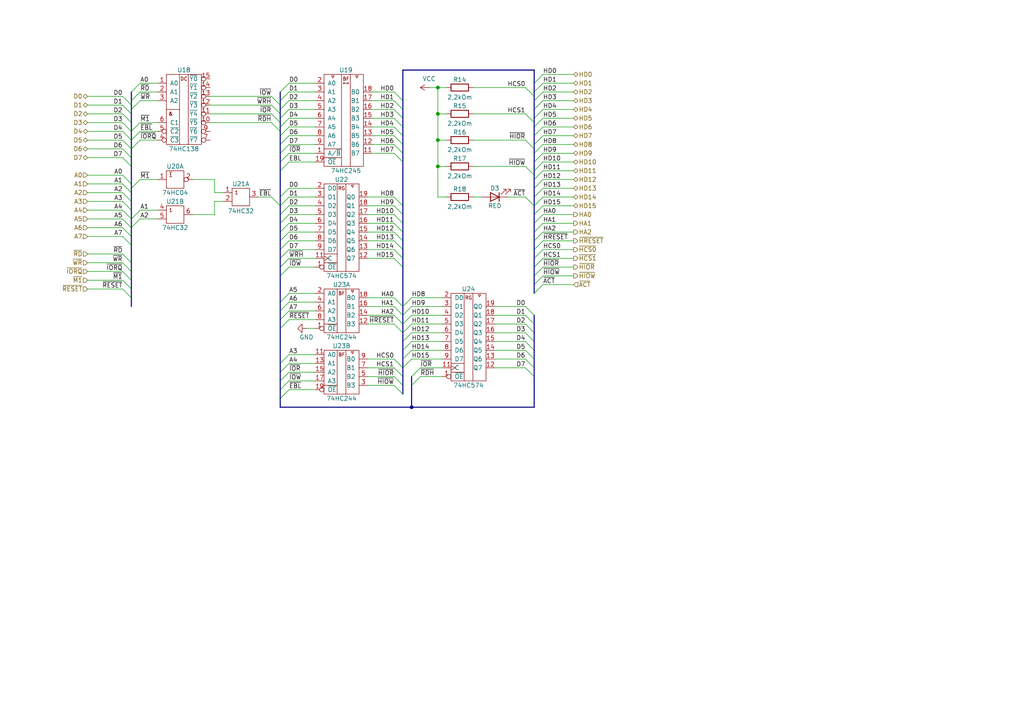
<source format=kicad_sch>
(kicad_sch (version 20231120) (generator "eeschema") (generator_version "8.0")
  (paper "A4")
  (title_block (title "ZX-Pentagon-Pereferal"))
  (lib_symbols
    (symbol "74IEC:74HC04" (pin_names (offset 1.016) hide)
      (property "Reference" "U" (at 0 5.334 0))
      (property "Value" "74HC04" (at 0 -4.826 0))
      (symbol "74HC04_0_0"
        (rectangle (start -2.54 -2.54) (end 2.54 2.54))
        (text "~{1}" (at -1.27 1.27 0) (effects (font (size 1 1))))
      )
      (symbol "74HC04_0_1"
        (pin power_in line (at 2.54 2.54 180) (length 0) hide (name "VCC") (number "14"))
        (pin power_in line (at 2.54 -2.54 180) (length 0) hide (name "GND") (number "7"))
      )
      (symbol "74HC04_1_1"
        (pin input line (at -5.08 0 0) (length 2.54) (name "A") (number "1"))
        (pin output inverted (at 5.08 0 180) (length 2.54) (name "~{Y}") (number "2"))
      )
      (symbol "74HC04_2_1"
        (pin input line (at -5.08 0 0) (length 2.54) (name "A") (number "3"))
        (pin output inverted (at 5.08 0 180) (length 2.54) (name "~{Y}") (number "4"))
      )
      (symbol "74HC04_3_1"
        (pin input line (at -5.08 0 0) (length 2.54) (name "A") (number "5"))
        (pin output inverted (at 5.08 0 180) (length 2.54) (name "~{Y}") (number "6"))
      )
      (symbol "74HC04_4_1"
        (pin output inverted (at 5.08 0 180) (length 2.54) (name "~{Y}") (number "8"))
        (pin input line (at -5.08 0 0) (length 2.54) (name "A") (number "9"))
      )
      (symbol "74HC04_5_1"
        (pin output inverted (at 5.08 0 180) (length 2.54) (name "~{Y}") (number "10"))
        (pin input line (at -5.08 0 0) (length 2.54) (name "A") (number "11"))
      )
      (symbol "74HC04_6_1"
        (pin output inverted (at 5.08 0 180) (length 2.54) (name "~{Y}") (number "12"))
        (pin input line (at -5.08 0 0) (length 2.54) (name "A") (number "13"))
      )
    )
    (symbol "74IEC:74HC138" (pin_names (offset 1.016))
      (property "Reference" "U" (at 0 11.43 0))
      (property "Value" "74HC138" (at 0 -11.43 0))
      (symbol "74HC138_0_0"
        (text "&" (at -3.81 -1.27 0) (effects (font (size 1 1))))
        (text "DC" (at 0 8.89 0) (effects (font (size 1 1))))
      )
      (symbol "74HC138_0_1"
        (rectangle (start -5.08 10.16) (end 5.08 -10.16))
        (polyline (pts (xy -5.08 0) (xy -1.27 0)))
        (polyline (pts (xy -1.27 10.16) (xy -1.27 -10.16)))
        (polyline (pts (xy 1.27 10.16) (xy 1.27 -10.16)))
        (pin power_in line (at 5.08 10.16 180) (length 0) hide (name "VСС") (number "16"))
        (pin power_in line (at 5.08 -10.16 180) (length 0) hide (name "GND") (number "8"))
      )
      (symbol "74HC138_1_1"
        (pin input line (at -7.62 7.62 0) (length 2.54) (name "A0") (number "1"))
        (pin output inverted (at 7.62 -3.81 180) (length 2.54) (name "~{Y5}") (number "10"))
        (pin output inverted (at 7.62 -1.27 180) (length 2.54) (name "~{Y4}") (number "11"))
        (pin output inverted (at 7.62 1.27 180) (length 2.54) (name "~{Y3}") (number "12"))
        (pin output inverted (at 7.62 3.81 180) (length 2.54) (name "~{Y2}") (number "13"))
        (pin output inverted (at 7.62 6.35 180) (length 2.54) (name "~{Y1}") (number "14"))
        (pin output inverted (at 7.62 8.89 180) (length 2.54) (name "~{Y0}") (number "15"))
        (pin input line (at -7.62 5.08 0) (length 2.54) (name "A1") (number "2"))
        (pin input line (at -7.62 2.54 0) (length 2.54) (name "A2") (number "3"))
        (pin input inverted (at -7.62 -8.89 0) (length 2.54) (name "~{C3}") (number "4"))
        (pin input inverted (at -7.62 -6.35 0) (length 2.54) (name "~{C2}") (number "5"))
        (pin input line (at -7.62 -3.81 0) (length 2.54) (name "C1") (number "6"))
        (pin output inverted (at 7.62 -8.89 180) (length 2.54) (name "~{Y7}") (number "7"))
        (pin output inverted (at 7.62 -6.35 180) (length 2.54) (name "~{Y6}") (number "9"))
      )
    )
    (symbol "74IEC:74HC244" (pin_names (offset 1.016))
      (property "Reference" "U" (at 0 7.62 0))
      (property "Value" "74HC244" (at 0 -7.62 0))
      (symbol "74HC244_0_0"
        (text "BF" (at 0 5.08 0) (effects (font (size 1 1))))
      )
      (symbol "74HC244_0_1"
        (rectangle (start -5.08 -6.35) (end 5.08 6.35))
        (polyline (pts (xy -5.08 -3.81) (xy -1.27 -3.81)))
        (polyline (pts (xy -1.27 6.35) (xy -1.27 -6.35)))
        (polyline (pts (xy 1.27 -6.35) (xy 1.27 6.35)))
        (polyline (pts (xy 3.175 5.334) (xy 2.794 5.969) (xy 3.556 5.969) (xy 3.175 5.334)))
        (pin power_in line (at 5.08 -6.35 180) (length 0) hide (name "GND") (number "10"))
        (pin power_in line (at 5.08 6.35 180) (length 0) hide (name "VCC") (number "20"))
      )
      (symbol "74HC244_1_1"
        (pin input inverted (at -7.62 -5.08 0) (length 2.54) (name "~{OE}") (number "1"))
        (pin tri_state line (at 7.62 -3.81 180) (length 2.54) (name "B3") (number "12"))
        (pin tri_state line (at 7.62 -1.27 180) (length 2.54) (name "B2") (number "14"))
        (pin tri_state line (at 7.62 1.27 180) (length 2.54) (name "B1") (number "16"))
        (pin tri_state line (at 7.62 3.81 180) (length 2.54) (name "B0") (number "18"))
        (pin input line (at -7.62 5.08 0) (length 2.54) (name "A0") (number "2"))
        (pin input line (at -7.62 2.54 0) (length 2.54) (name "A1") (number "4"))
        (pin input line (at -7.62 0 0) (length 2.54) (name "A2") (number "6"))
        (pin input line (at -7.62 -2.54 0) (length 2.54) (name "A3") (number "8"))
      )
      (symbol "74HC244_2_1"
        (pin input line (at -7.62 5.08 0) (length 2.54) (name "A0") (number "11"))
        (pin input line (at -7.62 2.54 0) (length 2.54) (name "A1") (number "13"))
        (pin input line (at -7.62 0 0) (length 2.54) (name "A2") (number "15"))
        (pin input line (at -7.62 -2.54 0) (length 2.54) (name "A3") (number "17"))
        (pin input inverted (at -7.62 -5.08 0) (length 2.54) (name "~{OE}") (number "19"))
        (pin tri_state line (at 7.62 -3.81 180) (length 2.54) (name "B3") (number "3"))
        (pin tri_state line (at 7.62 -1.27 180) (length 2.54) (name "B2") (number "5"))
        (pin tri_state line (at 7.62 1.27 180) (length 2.54) (name "B1") (number "7"))
        (pin tri_state line (at 7.62 3.81 180) (length 2.54) (name "B0") (number "9"))
      )
    )
    (symbol "74IEC:74HC245" (pin_names (offset 1.016))
      (property "Reference" "U" (at 0 13.97 0))
      (property "Value" "74HC245" (at 0 -13.97 0))
      (symbol "74HC245_0_1"
        (polyline (pts (xy -6.35 -10.16) (xy -1.27 -10.16)))
        (polyline (pts (xy -3.81 12.954) (xy -4.191 13.589) (xy -3.429 13.589) (xy -3.81 12.954)))
        (polyline (pts (xy 3.175 12.954) (xy 2.794 13.589) (xy 3.556 13.589) (xy 3.175 12.954)))
        (pin power_in line (at 5.08 -12.7 180) (length 0) hide (name "GND") (number "10"))
        (pin power_in line (at 5.08 13.97 180) (length 0) hide (name "VCC") (number "20"))
      )
      (symbol "74HC245_1_1"
        (rectangle (start -6.35 13.97) (end 5.08 -12.7))
        (polyline (pts (xy -6.35 -7.62) (xy -1.27 -7.62)))
        (polyline (pts (xy -1.27 13.97) (xy -1.27 -12.7)))
        (polyline (pts (xy -0.762 11.43) (xy 0.762 11.43)))
        (polyline (pts (xy 1.27 -12.7) (xy 1.27 13.97)))
        (polyline (pts (xy -0.508 11.684) (xy -0.762 11.43) (xy -0.508 11.176)))
        (polyline (pts (xy 0.508 11.684) (xy 0.762 11.43) (xy 0.508 11.176)))
        (text "BF" (at 0 12.7 0) (effects (font (size 1 1))))
        (pin input line (at -8.89 -8.89 0) (length 2.54) (name "A/~{B}") (number "1"))
        (pin tri_state line (at 7.62 -8.89 180) (length 2.54) (name "B7") (number "11"))
        (pin tri_state line (at 7.62 -6.35 180) (length 2.54) (name "B6") (number "12"))
        (pin tri_state line (at 7.62 -3.81 180) (length 2.54) (name "B5") (number "13"))
        (pin tri_state line (at 7.62 -1.27 180) (length 2.54) (name "B4") (number "14"))
        (pin tri_state line (at 7.62 1.27 180) (length 2.54) (name "B3") (number "15"))
        (pin tri_state line (at 7.62 3.81 180) (length 2.54) (name "B2") (number "16"))
        (pin tri_state line (at 7.62 6.35 180) (length 2.54) (name "B1") (number "17"))
        (pin tri_state line (at 7.62 8.89 180) (length 2.54) (name "B0") (number "18"))
        (pin input line (at -8.89 -11.43 0) (length 2.54) (name "~{OE}") (number "19"))
        (pin tri_state line (at -8.89 11.43 0) (length 2.54) (name "A0") (number "2"))
        (pin tri_state line (at -8.89 8.89 0) (length 2.54) (name "A1") (number "3"))
        (pin tri_state line (at -8.89 6.35 0) (length 2.54) (name "A2") (number "4"))
        (pin tri_state line (at -8.89 3.81 0) (length 2.54) (name "A3") (number "5"))
        (pin tri_state line (at -8.89 1.27 0) (length 2.54) (name "A4") (number "6"))
        (pin tri_state line (at -8.89 -1.27 0) (length 2.54) (name "A5") (number "7"))
        (pin tri_state line (at -8.89 -3.81 0) (length 2.54) (name "A6") (number "8"))
        (pin tri_state line (at -8.89 -6.35 0) (length 2.54) (name "A7") (number "9"))
      )
    )
    (symbol "74IEC:74HC32" (pin_names (offset 1.016) hide)
      (property "Reference" "U" (at 0 3.81 0))
      (property "Value" "74HC32" (at 0 -3.81 0))
      (symbol "74HC32_0_0"
        (text "1" (at -1.27 1.27 0) (effects (font (size 1 1))))
      )
      (symbol "74HC32_0_1"
        (rectangle (start -2.54 -2.54) (end 2.54 2.54))
        (pin power_in line (at 2.54 2.54 180) (length 0) hide (name "VCC") (number "14"))
        (pin power_in line (at 2.54 -2.54 180) (length 0) hide (name "GND") (number "7"))
      )
      (symbol "74HC32_1_1"
        (pin input line (at -5.08 1.27 0) (length 2.54) (name "A") (number "1"))
        (pin input line (at -5.08 -1.27 0) (length 2.54) (name "B") (number "2"))
        (pin output line (at 5.08 0 180) (length 2.54) (name "Y") (number "3"))
      )
      (symbol "74HC32_2_1"
        (pin input line (at -5.08 1.27 0) (length 2.54) (name "A") (number "4"))
        (pin input line (at -5.08 -1.27 0) (length 2.54) (name "B") (number "5"))
        (pin output line (at 5.08 0 180) (length 2.54) (name "Y") (number "6"))
      )
      (symbol "74HC32_3_1"
        (pin input line (at -5.08 -1.27 0) (length 2.54) (name "B") (number "10"))
        (pin output line (at 5.08 0 180) (length 2.54) (name "Y") (number "8"))
        (pin input line (at -5.08 1.27 0) (length 2.54) (name "A") (number "9"))
      )
      (symbol "74HC32_4_1"
        (pin output line (at 5.08 0 180) (length 2.54) (name "Y") (number "11"))
        (pin input line (at -5.08 1.27 0) (length 2.54) (name "A") (number "12"))
        (pin input line (at -5.08 -1.27 0) (length 2.54) (name "B") (number "13"))
      )
    )
    (symbol "74IEC:74HC574" (pin_names (offset 1.016))
      (property "Reference" "U" (at 0 13.97 0))
      (property "Value" "74HC574" (at 0 -13.97 0))
      (symbol "74HC574_0_1"
        (polyline (pts (xy -5.08 -7.62) (xy -1.27 -7.62)))
        (polyline (pts (xy -1.27 -10.16) (xy -5.08 -10.16)))
        (polyline (pts (xy -1.27 12.7) (xy -1.27 -12.7)))
        (polyline (pts (xy 1.27 -12.7) (xy 1.27 12.7)))
        (polyline (pts (xy 3.175 11.684) (xy 2.794 12.319) (xy 3.556 12.319) (xy 3.175 11.684)))
      )
      (symbol "74HC574_1_1"
        (rectangle (start -5.08 -12.7) (end 5.08 12.7))
        (text "RG" (at 0 11.43 0) (effects (font (size 1 1))))
        (pin input inverted (at -7.62 -11.43 0) (length 2.54) (name "~{OE}") (number "1"))
        (pin power_in line (at 5.08 -12.7 180) (length 0) hide (name "GND") (number "10"))
        (pin input clock (at -7.62 -8.89 0) (length 2.54) (name "C") (number "11"))
        (pin tri_state line (at 7.62 -8.89 180) (length 2.54) (name "Q7") (number "12"))
        (pin tri_state line (at 7.62 -6.35 180) (length 2.54) (name "Q6") (number "13"))
        (pin tri_state line (at 7.62 -3.81 180) (length 2.54) (name "Q5") (number "14"))
        (pin tri_state line (at 7.62 -1.27 180) (length 2.54) (name "Q4") (number "15"))
        (pin tri_state line (at 7.62 1.27 180) (length 2.54) (name "Q3") (number "16"))
        (pin tri_state line (at 7.62 3.81 180) (length 2.54) (name "Q2") (number "17"))
        (pin tri_state line (at 7.62 6.35 180) (length 2.54) (name "Q1") (number "18"))
        (pin tri_state line (at 7.62 8.89 180) (length 2.54) (name "Q0") (number "19"))
        (pin input line (at -7.62 11.43 0) (length 2.54) (name "D0") (number "2"))
        (pin power_in line (at 5.08 12.7 180) (length 0) hide (name "VCC") (number "20"))
        (pin input line (at -7.62 8.89 0) (length 2.54) (name "D1") (number "3"))
        (pin input line (at -7.62 6.35 0) (length 2.54) (name "D2") (number "4"))
        (pin input line (at -7.62 3.81 0) (length 2.54) (name "D3") (number "5"))
        (pin input line (at -7.62 1.27 0) (length 2.54) (name "D4") (number "6"))
        (pin input line (at -7.62 -1.27 0) (length 2.54) (name "D5") (number "7"))
        (pin input line (at -7.62 -3.81 0) (length 2.54) (name "D6") (number "8"))
        (pin input line (at -7.62 -6.35 0) (length 2.54) (name "D7") (number "9"))
      )
    )
    (symbol "Device:LED" (pin_numbers hide) (pin_names (offset 1.016) hide)
      (property "Reference" "D" (at 0 2.54 0))
      (property "Value" "LED" (at 0 -2.54 0))
      (symbol "LED_0_1"
        (polyline (pts (xy -1.27 -1.27) (xy -1.27 1.27)) (stroke (width 0.254)))
        (polyline (pts (xy -1.27 0) (xy 1.27 0)))
        (polyline (pts (xy 1.27 -1.27) (xy 1.27 1.27) (xy -1.27 0) (xy 1.27 -1.27)) (stroke (width 0.254)))
        (polyline (pts (xy -3.048 -0.762) (xy -4.572 -2.286) (xy -3.81 -2.286) (xy -4.572 -2.286) (xy -4.572 -1.524)))
        (polyline (pts (xy -1.778 -0.762) (xy -3.302 -2.286) (xy -2.54 -2.286) (xy -3.302 -2.286) (xy -3.302 -1.524)))
      )
      (symbol "LED_1_1"
        (pin passive line (at -3.81 0 0) (length 2.54) (name "K") (number "1"))
        (pin passive line (at 3.81 0 180) (length 2.54) (name "A") (number "2"))
      )
    )
    (symbol "Device:R" (pin_numbers hide) (pin_names (offset 0))
      (property "Reference" "R" (at 2.032 0 90))
      (property "Value" "R" (at 0 0 90))
      (symbol "R_0_1"
        (rectangle (start -1.016 -2.54) (end 1.016 2.54) (stroke (width 0.254)))
      )
      (symbol "R_1_1"
        (pin passive line (at 0 3.81 270) (length 1.27) (name "~") (number "1"))
        (pin passive line (at 0 -3.81 90) (length 1.27) (name "~") (number "2"))
      )
    )
    (symbol "power:GND" (power) (pin_numbers hide) (pin_names (offset 0) hide)
      (property "Value" "GND" (at 0 -3.81 0))
      (symbol "GND_0_1"
        (polyline (pts (xy 0 0) (xy 0 -1.27) (xy 1.27 -1.27) (xy 0 -2.54) (xy -1.27 -1.27) (xy 0 -1.27)))
      )
      (symbol "GND_1_1"
        (pin power_in line (at 0 0 270) (length 0) (name "~") (number "1"))
      )
    )
    (symbol "power:VCC" (power) (pin_numbers hide) (pin_names (offset 0) hide)
      (property "Value" "VCC" (at 0 3.556 0))
      (symbol "VCC_0_1"
        (polyline (pts (xy -0.762 1.27) (xy 0 2.54)))
        (polyline (pts (xy 0 0) (xy 0 2.54)))
        (polyline (pts (xy 0 2.54) (xy 0.762 1.27)))
      )
      (symbol "VCC_1_1"
        (pin power_in line (at 0 0 90) (length 0) (name "~") (number "1"))
      )
    )
  )
  (junction (at 127 40.64))
  (junction (at 127 33.02))
  (junction (at 127 25.4))
  (junction (at 127 48.26))
  (junction (at 119.38 118.11))
  (bus_entry (at 40.64 38.1) (size -2.54 2.54))
  (bus_entry (at 114.3 86.36) (size 2.54 2.54))
  (bus_entry (at 35.56 68.58) (size 2.54 2.54))
  (bus_entry (at 83.82 46.99) (size -2.54 2.54))
  (bus_entry (at 83.82 107.95) (size -2.54 2.54))
  (bus_entry (at 114.3 57.15) (size 2.54 2.54))
  (bus_entry (at 83.82 85.09) (size -2.54 2.54))
  (bus_entry (at 157.48 69.85) (size -2.54 2.54))
  (bus_entry (at 35.56 78.74) (size 2.54 2.54))
  (bus_entry (at 152.4 106.68) (size 2.54 2.54))
  (bus_entry (at 157.48 82.55) (size -2.54 2.54))
  (bus_entry (at 152.4 48.26) (size 2.54 2.54))
  (bus_entry (at 83.82 72.39) (size -2.54 2.54))
  (bus_entry (at 157.48 67.31) (size -2.54 2.54))
  (bus_entry (at 152.4 40.64) (size 2.54 2.54))
  (bus_entry (at 35.56 43.18) (size 2.54 2.54))
  (bus_entry (at 121.92 109.22) (size -2.54 2.54))
  (bus_entry (at 152.4 93.98) (size 2.54 2.54))
  (bus_entry (at 157.48 57.15) (size -2.54 2.54))
  (bus_entry (at 119.38 91.44) (size -2.54 2.54))
  (bus_entry (at 83.82 24.13) (size -2.54 2.54))
  (bus_entry (at 157.48 72.39) (size -2.54 2.54))
  (bus_entry (at 114.3 26.67) (size 2.54 2.54))
  (bus_entry (at 152.4 25.4) (size 2.54 2.54))
  (bus_entry (at 119.38 86.36) (size -2.54 2.54))
  (bus_entry (at 119.38 104.14) (size -2.54 2.54))
  (bus_entry (at 35.56 53.34) (size 2.54 2.54))
  (bus_entry (at 83.82 29.21) (size -2.54 2.54))
  (bus_entry (at 83.82 31.75) (size -2.54 2.54))
  (bus_entry (at 83.82 102.87) (size -2.54 2.54))
  (bus_entry (at 119.38 99.06) (size -2.54 2.54))
  (bus_entry (at 78.74 33.02) (size 2.54 2.54))
  (bus_entry (at 83.82 44.45) (size -2.54 2.54))
  (bus_entry (at 119.38 93.98) (size -2.54 2.54))
  (bus_entry (at 78.74 57.15) (size 2.54 2.54))
  (bus_entry (at 114.3 41.91) (size 2.54 2.54))
  (bus_entry (at 78.74 27.94) (size 2.54 2.54))
  (bus_entry (at 157.48 31.75) (size -2.54 2.54))
  (bus_entry (at 114.3 72.39) (size 2.54 2.54))
  (bus_entry (at 83.82 90.17) (size -2.54 2.54))
  (bus_entry (at 83.82 92.71) (size -2.54 2.54))
  (bus_entry (at 35.56 33.02) (size 2.54 2.54))
  (bus_entry (at 152.4 101.6) (size 2.54 2.54))
  (bus_entry (at 83.82 34.29) (size -2.54 2.54))
  (bus_entry (at 114.3 111.76) (size 2.54 2.54))
  (bus_entry (at 157.48 62.23) (size -2.54 2.54))
  (bus_entry (at 157.48 64.77) (size -2.54 2.54))
  (bus_entry (at 152.4 33.02) (size 2.54 2.54))
  (bus_entry (at 78.74 35.56) (size 2.54 2.54))
  (bus_entry (at 35.56 45.72) (size 2.54 2.54))
  (bus_entry (at 157.48 74.93) (size -2.54 2.54))
  (bus_entry (at 35.56 30.48) (size 2.54 2.54))
  (bus_entry (at 157.48 80.01) (size -2.54 2.54))
  (bus_entry (at 157.48 49.53) (size -2.54 2.54))
  (bus_entry (at 35.56 83.82) (size 2.54 2.54))
  (bus_entry (at 40.64 35.56) (size -2.54 2.54))
  (bus_entry (at 83.82 26.67) (size -2.54 2.54))
  (bus_entry (at 152.4 104.14) (size 2.54 2.54))
  (bus_entry (at 114.3 93.98) (size 2.54 2.54))
  (bus_entry (at 83.82 62.23) (size -2.54 2.54))
  (bus_entry (at 83.82 57.15) (size -2.54 2.54))
  (bus_entry (at 83.82 39.37) (size -2.54 2.54))
  (bus_entry (at 114.3 67.31) (size 2.54 2.54))
  (bus_entry (at 40.64 26.67) (size -2.54 2.54))
  (bus_entry (at 157.48 34.29) (size -2.54 2.54))
  (bus_entry (at 152.4 96.52) (size 2.54 2.54))
  (bus_entry (at 35.56 38.1) (size 2.54 2.54))
  (bus_entry (at 114.3 104.14) (size 2.54 2.54))
  (bus_entry (at 83.82 36.83) (size -2.54 2.54))
  (bus_entry (at 35.56 35.56) (size 2.54 2.54))
  (bus_entry (at 157.48 21.59) (size -2.54 2.54))
  (bus_entry (at 121.92 106.68) (size -2.54 2.54))
  (bus_entry (at 40.64 52.07) (size -2.54 2.54))
  (bus_entry (at 40.64 29.21) (size -2.54 2.54))
  (bus_entry (at 35.56 81.28) (size 2.54 2.54))
  (bus_entry (at 114.3 34.29) (size 2.54 2.54))
  (bus_entry (at 35.56 40.64) (size 2.54 2.54))
  (bus_entry (at 83.82 59.69) (size -2.54 2.54))
  (bus_entry (at 35.56 66.04) (size 2.54 2.54))
  (bus_entry (at 157.48 44.45) (size -2.54 2.54))
  (bus_entry (at 157.48 39.37) (size -2.54 2.54))
  (bus_entry (at 114.3 44.45) (size 2.54 2.54))
  (bus_entry (at 157.48 77.47) (size -2.54 2.54))
  (bus_entry (at 35.56 63.5) (size 2.54 2.54))
  (bus_entry (at 83.82 54.61) (size -2.54 2.54))
  (bus_entry (at 40.64 24.13) (size -2.54 2.54))
  (bus_entry (at 78.74 30.48) (size 2.54 2.54))
  (bus_entry (at 157.48 29.21) (size -2.54 2.54))
  (bus_entry (at 83.82 64.77) (size -2.54 2.54))
  (bus_entry (at 152.4 99.06) (size 2.54 2.54))
  (bus_entry (at 40.64 60.96) (size -2.54 2.54))
  (bus_entry (at 83.82 110.49) (size -2.54 2.54))
  (bus_entry (at 157.48 26.67) (size -2.54 2.54))
  (bus_entry (at 83.82 41.91) (size -2.54 2.54))
  (bus_entry (at 157.48 52.07) (size -2.54 2.54))
  (bus_entry (at 157.48 41.91) (size -2.54 2.54))
  (bus_entry (at 114.3 109.22) (size 2.54 2.54))
  (bus_entry (at 114.3 88.9) (size 2.54 2.54))
  (bus_entry (at 35.56 60.96) (size 2.54 2.54))
  (bus_entry (at 40.64 63.5) (size -2.54 2.54))
  (bus_entry (at 83.82 74.93) (size -2.54 2.54))
  (bus_entry (at 35.56 76.2) (size 2.54 2.54))
  (bus_entry (at 114.3 106.68) (size 2.54 2.54))
  (bus_entry (at 114.3 74.93) (size 2.54 2.54))
  (bus_entry (at 83.82 113.03) (size -2.54 2.54))
  (bus_entry (at 35.56 58.42) (size 2.54 2.54))
  (bus_entry (at 119.38 96.52) (size -2.54 2.54))
  (bus_entry (at 83.82 67.31) (size -2.54 2.54))
  (bus_entry (at 114.3 91.44) (size 2.54 2.54))
  (bus_entry (at 114.3 62.23) (size 2.54 2.54))
  (bus_entry (at 152.4 91.44) (size 2.54 2.54))
  (bus_entry (at 35.56 73.66) (size 2.54 2.54))
  (bus_entry (at 114.3 31.75) (size 2.54 2.54))
  (bus_entry (at 114.3 29.21) (size 2.54 2.54))
  (bus_entry (at 114.3 36.83) (size 2.54 2.54))
  (bus_entry (at 83.82 77.47) (size -2.54 2.54))
  (bus_entry (at 157.48 24.13) (size -2.54 2.54))
  (bus_entry (at 157.48 54.61) (size -2.54 2.54))
  (bus_entry (at 114.3 39.37) (size 2.54 2.54))
  (bus_entry (at 83.82 69.85) (size -2.54 2.54))
  (bus_entry (at 35.56 55.88) (size 2.54 2.54))
  (bus_entry (at 152.4 57.15) (size 2.54 2.54))
  (bus_entry (at 157.48 59.69) (size -2.54 2.54))
  (bus_entry (at 157.48 46.99) (size -2.54 2.54))
  (bus_entry (at 119.38 88.9) (size -2.54 2.54))
  (bus_entry (at 157.48 36.83) (size -2.54 2.54))
  (bus_entry (at 114.3 64.77) (size 2.54 2.54))
  (bus_entry (at 35.56 50.8) (size 2.54 2.54))
  (bus_entry (at 35.56 27.94) (size 2.54 2.54))
  (bus_entry (at 83.82 87.63) (size -2.54 2.54))
  (bus_entry (at 119.38 101.6) (size -2.54 2.54))
  (bus_entry (at 40.64 40.64) (size -2.54 2.54))
  (bus_entry (at 83.82 105.41) (size -2.54 2.54))
  (bus_entry (at 114.3 59.69) (size 2.54 2.54))
  (bus_entry (at 152.4 88.9) (size 2.54 2.54))
  (bus_entry (at 114.3 69.85) (size 2.54 2.54))
  (bus (pts (xy 38.1 53.34) (xy 38.1 54.61)))
  (bus (pts (xy 38.1 43.18) (xy 38.1 45.72)))
  (bus (pts (xy 116.84 31.75) (xy 116.84 34.29)))
  (bus (pts (xy 38.1 66.04) (xy 38.1 68.58)))
  (wire (pts (xy 25.4 38.1) (xy 35.56 38.1)))
  (wire (pts (xy 127 25.4) (xy 129.54 25.4)))
  (wire (pts (xy 166.37 49.53) (xy 157.48 49.53)))
  (bus (pts (xy 38.1 38.1) (xy 38.1 40.64)))
  (bus (pts (xy 116.84 62.23) (xy 116.84 59.69)))
  (wire (pts (xy 166.37 44.45) (xy 157.48 44.45)))
  (bus (pts (xy 116.84 29.21) (xy 116.84 31.75)))
  (wire (pts (xy 91.44 39.37) (xy 83.82 39.37)))
  (bus (pts (xy 116.84 20.32) (xy 154.94 20.32)))
  (bus (pts (xy 38.1 54.61) (xy 38.1 55.88)))
  (bus (pts (xy 154.94 20.32) (xy 154.94 24.13)))
  (bus (pts (xy 81.28 38.1) (xy 81.28 39.37)))
  (bus (pts (xy 154.94 26.67) (xy 154.94 27.94)))
  (wire (pts (xy 127 33.02) (xy 127 40.64)))
  (wire (pts (xy 143.51 99.06) (xy 152.4 99.06)))
  (wire (pts (xy 62.23 55.88) (xy 64.77 55.88)))
  (wire (pts (xy 166.37 26.67) (xy 157.48 26.67)))
  (wire (pts (xy 91.44 69.85) (xy 83.82 69.85)))
  (bus (pts (xy 81.28 90.17) (xy 81.28 92.71)))
  (wire (pts (xy 83.82 107.95) (xy 91.44 107.95)))
  (bus (pts (xy 81.28 44.45) (xy 81.28 46.99)))
  (wire (pts (xy 106.68 88.9) (xy 114.3 88.9)))
  (wire (pts (xy 83.82 92.71) (xy 91.44 92.71)))
  (wire (pts (xy 121.92 109.22) (xy 128.27 109.22)))
  (wire (pts (xy 60.96 30.48) (xy 78.74 30.48)))
  (wire (pts (xy 127 40.64) (xy 129.54 40.64)))
  (bus (pts (xy 154.94 93.98) (xy 154.94 96.52)))
  (bus (pts (xy 38.1 35.56) (xy 38.1 38.1)))
  (wire (pts (xy 45.72 60.96) (xy 40.64 60.96)))
  (bus (pts (xy 154.94 101.6) (xy 154.94 104.14)))
  (bus (pts (xy 81.28 95.25) (xy 81.28 105.41)))
  (wire (pts (xy 128.27 99.06) (xy 119.38 99.06)))
  (wire (pts (xy 45.72 63.5) (xy 40.64 63.5)))
  (wire (pts (xy 128.27 93.98) (xy 119.38 93.98)))
  (bus (pts (xy 38.1 55.88) (xy 38.1 58.42)))
  (wire (pts (xy 25.4 60.96) (xy 35.56 60.96)))
  (bus (pts (xy 38.1 71.12) (xy 38.1 76.2)))
  (bus (pts (xy 154.94 46.99) (xy 154.94 49.53)))
  (wire (pts (xy 107.95 36.83) (xy 114.3 36.83)))
  (wire (pts (xy 121.92 106.68) (xy 128.27 106.68)))
  (wire (pts (xy 106.68 64.77) (xy 114.3 64.77)))
  (wire (pts (xy 106.68 86.36) (xy 114.3 86.36)))
  (wire (pts (xy 128.27 104.14) (xy 119.38 104.14)))
  (wire (pts (xy 128.27 96.52) (xy 119.38 96.52)))
  (wire (pts (xy 107.95 39.37) (xy 114.3 39.37)))
  (wire (pts (xy 91.44 34.29) (xy 83.82 34.29)))
  (bus (pts (xy 81.28 74.93) (xy 81.28 77.47)))
  (bus (pts (xy 116.84 91.44) (xy 116.84 88.9)))
  (bus (pts (xy 38.1 29.21) (xy 38.1 30.48)))
  (wire (pts (xy 106.68 109.22) (xy 114.3 109.22)))
  (bus (pts (xy 154.94 67.31) (xy 154.94 69.85)))
  (bus (pts (xy 116.84 88.9) (xy 116.84 77.47)))
  (wire (pts (xy 166.37 52.07) (xy 157.48 52.07)))
  (wire (pts (xy 91.44 24.13) (xy 83.82 24.13)))
  (bus (pts (xy 116.84 93.98) (xy 116.84 91.44)))
  (bus (pts (xy 154.94 52.07) (xy 154.94 54.61)))
  (wire (pts (xy 25.4 50.8) (xy 35.56 50.8)))
  (wire (pts (xy 166.37 24.13) (xy 157.48 24.13)))
  (wire (pts (xy 127 48.26) (xy 127 57.15)))
  (bus (pts (xy 38.1 58.42) (xy 38.1 60.96)))
  (wire (pts (xy 106.68 69.85) (xy 114.3 69.85)))
  (bus (pts (xy 154.94 80.01) (xy 154.94 82.55)))
  (wire (pts (xy 166.37 69.85) (xy 157.48 69.85)))
  (wire (pts (xy 91.44 57.15) (xy 83.82 57.15)))
  (wire (pts (xy 127 48.26) (xy 129.54 48.26)))
  (wire (pts (xy 25.4 66.04) (xy 35.56 66.04)))
  (bus (pts (xy 116.84 67.31) (xy 116.84 64.77)))
  (wire (pts (xy 137.16 40.64) (xy 152.4 40.64)))
  (bus (pts (xy 81.28 59.69) (xy 81.28 62.23)))
  (wire (pts (xy 143.51 106.68) (xy 152.4 106.68)))
  (wire (pts (xy 91.44 26.67) (xy 83.82 26.67)))
  (bus (pts (xy 81.28 29.21) (xy 81.28 30.48)))
  (wire (pts (xy 166.37 34.29) (xy 157.48 34.29)))
  (wire (pts (xy 45.72 35.56) (xy 40.64 35.56)))
  (bus (pts (xy 154.94 91.44) (xy 154.94 93.98)))
  (wire (pts (xy 91.44 36.83) (xy 83.82 36.83)))
  (bus (pts (xy 116.84 109.22) (xy 116.84 111.76)))
  (wire (pts (xy 106.68 57.15) (xy 114.3 57.15)))
  (bus (pts (xy 154.94 96.52) (xy 154.94 99.06)))
  (wire (pts (xy 74.93 57.15) (xy 78.74 57.15)))
  (wire (pts (xy 128.27 88.9) (xy 119.38 88.9)))
  (bus (pts (xy 116.84 64.77) (xy 116.84 62.23)))
  (bus (pts (xy 116.84 34.29) (xy 116.84 36.83)))
  (wire (pts (xy 166.37 41.91) (xy 157.48 41.91)))
  (wire (pts (xy 25.4 33.02) (xy 35.56 33.02)))
  (wire (pts (xy 166.37 62.23) (xy 157.48 62.23)))
  (wire (pts (xy 25.4 73.66) (xy 35.56 73.66)))
  (bus (pts (xy 154.94 41.91) (xy 154.94 43.18)))
  (bus (pts (xy 81.28 46.99) (xy 81.28 49.53)))
  (bus (pts (xy 154.94 35.56) (xy 154.94 36.83)))
  (wire (pts (xy 60.96 35.56) (xy 78.74 35.56)))
  (wire (pts (xy 83.82 74.93) (xy 91.44 74.93)))
  (wire (pts (xy 45.72 26.67) (xy 40.64 26.67)))
  (bus (pts (xy 154.94 43.18) (xy 154.94 44.45)))
  (wire (pts (xy 25.4 83.82) (xy 35.56 83.82)))
  (wire (pts (xy 143.51 96.52) (xy 152.4 96.52)))
  (wire (pts (xy 83.82 90.17) (xy 91.44 90.17)))
  (wire (pts (xy 166.37 77.47) (xy 157.48 77.47)))
  (bus (pts (xy 154.94 34.29) (xy 154.94 35.56)))
  (bus (pts (xy 81.28 57.15) (xy 81.28 59.69)))
  (wire (pts (xy 45.72 38.1) (xy 40.64 38.1)))
  (wire (pts (xy 143.51 104.14) (xy 152.4 104.14)))
  (wire (pts (xy 91.44 29.21) (xy 83.82 29.21)))
  (wire (pts (xy 25.4 45.72) (xy 35.56 45.72)))
  (bus (pts (xy 81.28 77.47) (xy 81.28 80.01)))
  (bus (pts (xy 154.94 106.68) (xy 154.94 109.22)))
  (bus (pts (xy 116.84 104.14) (xy 116.84 101.6)))
  (bus (pts (xy 38.1 76.2) (xy 38.1 78.74)))
  (bus (pts (xy 154.94 39.37) (xy 154.94 41.91)))
  (wire (pts (xy 83.82 44.45) (xy 91.44 44.45)))
  (bus (pts (xy 154.94 59.69) (xy 154.94 62.23)))
  (wire (pts (xy 83.82 113.03) (xy 91.44 113.03)))
  (bus (pts (xy 154.94 27.94) (xy 154.94 29.21)))
  (wire (pts (xy 143.51 101.6) (xy 152.4 101.6)))
  (bus (pts (xy 81.28 31.75) (xy 81.28 33.02)))
  (bus (pts (xy 119.38 109.22) (xy 119.38 111.76)))
  (bus (pts (xy 116.84 36.83) (xy 116.84 39.37)))
  (bus (pts (xy 116.84 44.45) (xy 116.84 46.99)))
  (wire (pts (xy 166.37 59.69) (xy 157.48 59.69)))
  (wire (pts (xy 83.82 46.99) (xy 91.44 46.99)))
  (wire (pts (xy 166.37 72.39) (xy 157.48 72.39)))
  (bus (pts (xy 154.94 44.45) (xy 154.94 46.99)))
  (bus (pts (xy 81.28 34.29) (xy 81.28 35.56)))
  (bus (pts (xy 116.84 20.32) (xy 116.84 29.21)))
  (wire (pts (xy 25.4 76.2) (xy 35.56 76.2)))
  (bus (pts (xy 81.28 64.77) (xy 81.28 67.31)))
  (bus (pts (xy 154.94 72.39) (xy 154.94 74.93)))
  (bus (pts (xy 154.94 77.47) (xy 154.94 80.01)))
  (bus (pts (xy 38.1 81.28) (xy 38.1 83.82)))
  (wire (pts (xy 55.88 62.23) (xy 62.23 62.23)))
  (bus (pts (xy 154.94 104.14) (xy 154.94 106.68)))
  (bus (pts (xy 81.28 39.37) (xy 81.28 41.91)))
  (wire (pts (xy 91.44 31.75) (xy 83.82 31.75)))
  (wire (pts (xy 128.27 91.44) (xy 119.38 91.44)))
  (bus (pts (xy 154.94 74.93) (xy 154.94 77.47)))
  (bus (pts (xy 38.1 33.02) (xy 38.1 35.56)))
  (bus (pts (xy 116.84 74.93) (xy 116.84 72.39)))
  (bus (pts (xy 81.28 62.23) (xy 81.28 64.77)))
  (wire (pts (xy 25.4 27.94) (xy 35.56 27.94)))
  (bus (pts (xy 81.28 80.01) (xy 81.28 87.63)))
  (wire (pts (xy 55.88 52.07) (xy 62.23 52.07)))
  (bus (pts (xy 119.38 111.76) (xy 119.38 118.11)))
  (wire (pts (xy 166.37 31.75) (xy 157.48 31.75)))
  (bus (pts (xy 81.28 67.31) (xy 81.28 69.85)))
  (bus (pts (xy 116.84 72.39) (xy 116.84 69.85)))
  (wire (pts (xy 166.37 36.83) (xy 157.48 36.83)))
  (bus (pts (xy 154.94 69.85) (xy 154.94 72.39)))
  (wire (pts (xy 107.95 26.67) (xy 114.3 26.67)))
  (bus (pts (xy 38.1 86.36) (xy 38.1 88.9)))
  (bus (pts (xy 154.94 31.75) (xy 154.94 34.29)))
  (bus (pts (xy 116.84 99.06) (xy 116.84 96.52)))
  (wire (pts (xy 25.4 35.56) (xy 35.56 35.56)))
  (wire (pts (xy 166.37 80.01) (xy 157.48 80.01)))
  (bus (pts (xy 154.94 109.22) (xy 154.94 118.11)))
  (wire (pts (xy 62.23 58.42) (xy 64.77 58.42)))
  (bus (pts (xy 81.28 35.56) (xy 81.28 36.83)))
  (bus (pts (xy 119.38 118.11) (xy 154.94 118.11)))
  (bus (pts (xy 154.94 99.06) (xy 154.94 101.6)))
  (bus (pts (xy 38.1 83.82) (xy 38.1 86.36)))
  (wire (pts (xy 83.82 77.47) (xy 91.44 77.47)))
  (bus (pts (xy 154.94 82.55) (xy 154.94 85.09)))
  (wire (pts (xy 129.54 57.15) (xy 127 57.15)))
  (wire (pts (xy 166.37 21.59) (xy 157.48 21.59)))
  (bus (pts (xy 154.94 50.8) (xy 154.94 52.07)))
  (wire (pts (xy 137.16 48.26) (xy 152.4 48.26)))
  (wire (pts (xy 106.68 72.39) (xy 114.3 72.39)))
  (wire (pts (xy 137.16 57.15) (xy 139.7 57.15)))
  (bus (pts (xy 154.94 29.21) (xy 154.94 31.75)))
  (wire (pts (xy 60.96 27.94) (xy 78.74 27.94)))
  (bus (pts (xy 116.84 59.69) (xy 116.84 46.99)))
  (bus (pts (xy 38.1 40.64) (xy 38.1 43.18)))
  (wire (pts (xy 25.4 53.34) (xy 35.56 53.34)))
  (wire (pts (xy 124.46 25.4) (xy 127 25.4)))
  (wire (pts (xy 45.72 29.21) (xy 40.64 29.21)))
  (wire (pts (xy 107.95 41.91) (xy 114.3 41.91)))
  (bus (pts (xy 154.94 24.13) (xy 154.94 26.67)))
  (wire (pts (xy 166.37 67.31) (xy 157.48 67.31)))
  (bus (pts (xy 81.28 30.48) (xy 81.28 31.75)))
  (wire (pts (xy 127 25.4) (xy 127 33.02)))
  (bus (pts (xy 81.28 118.11) (xy 119.38 118.11)))
  (wire (pts (xy 166.37 74.93) (xy 157.48 74.93)))
  (wire (pts (xy 62.23 52.07) (xy 62.23 55.88)))
  (bus (pts (xy 116.84 69.85) (xy 116.84 67.31)))
  (bus (pts (xy 154.94 49.53) (xy 154.94 50.8)))
  (wire (pts (xy 166.37 82.55) (xy 157.48 82.55)))
  (wire (pts (xy 106.68 74.93) (xy 114.3 74.93)))
  (wire (pts (xy 128.27 86.36) (xy 119.38 86.36)))
  (wire (pts (xy 106.68 104.14) (xy 114.3 104.14)))
  (bus (pts (xy 116.84 101.6) (xy 116.84 99.06)))
  (bus (pts (xy 116.84 106.68) (xy 116.84 104.14)))
  (wire (pts (xy 45.72 24.13) (xy 40.64 24.13)))
  (wire (pts (xy 62.23 62.23) (xy 62.23 58.42)))
  (bus (pts (xy 81.28 36.83) (xy 81.28 38.1)))
  (bus (pts (xy 81.28 107.95) (xy 81.28 110.49)))
  (wire (pts (xy 143.51 88.9) (xy 152.4 88.9)))
  (wire (pts (xy 83.82 85.09) (xy 91.44 85.09)))
  (wire (pts (xy 127 33.02) (xy 129.54 33.02)))
  (bus (pts (xy 81.28 115.57) (xy 81.28 118.11)))
  (wire (pts (xy 147.32 57.15) (xy 152.4 57.15)))
  (wire (pts (xy 106.68 67.31) (xy 114.3 67.31)))
  (wire (pts (xy 91.44 54.61) (xy 83.82 54.61)))
  (wire (pts (xy 128.27 101.6) (xy 119.38 101.6)))
  (wire (pts (xy 137.16 33.02) (xy 152.4 33.02)))
  (wire (pts (xy 25.4 58.42) (xy 35.56 58.42)))
  (wire (pts (xy 60.96 33.02) (xy 78.74 33.02)))
  (bus (pts (xy 81.28 49.53) (xy 81.28 57.15)))
  (wire (pts (xy 45.72 40.64) (xy 40.64 40.64)))
  (wire (pts (xy 83.82 87.63) (xy 91.44 87.63)))
  (bus (pts (xy 38.1 63.5) (xy 38.1 66.04)))
  (wire (pts (xy 91.44 59.69) (xy 83.82 59.69)))
  (bus (pts (xy 154.94 64.77) (xy 154.94 67.31)))
  (wire (pts (xy 25.4 68.58) (xy 35.56 68.58)))
  (bus (pts (xy 154.94 36.83) (xy 154.94 39.37)))
  (wire (pts (xy 91.44 64.77) (xy 83.82 64.77)))
  (wire (pts (xy 25.4 30.48) (xy 35.56 30.48)))
  (bus (pts (xy 116.84 41.91) (xy 116.84 44.45)))
  (wire (pts (xy 25.4 40.64) (xy 35.56 40.64)))
  (wire (pts (xy 143.51 93.98) (xy 152.4 93.98)))
  (wire (pts (xy 166.37 54.61) (xy 157.48 54.61)))
  (bus (pts (xy 116.84 111.76) (xy 116.84 114.3)))
  (wire (pts (xy 91.44 62.23) (xy 83.82 62.23)))
  (wire (pts (xy 91.44 67.31) (xy 83.82 67.31)))
  (bus (pts (xy 38.1 30.48) (xy 38.1 31.75)))
  (bus (pts (xy 154.94 62.23) (xy 154.94 64.77)))
  (bus (pts (xy 154.94 57.15) (xy 154.94 59.69)))
  (bus (pts (xy 81.28 69.85) (xy 81.28 72.39)))
  (wire (pts (xy 143.51 91.44) (xy 152.4 91.44)))
  (bus (pts (xy 38.1 60.96) (xy 38.1 63.5)))
  (wire (pts (xy 166.37 64.77) (xy 157.48 64.77)))
  (wire (pts (xy 91.44 72.39) (xy 83.82 72.39)))
  (wire (pts (xy 25.4 78.74) (xy 35.56 78.74)))
  (bus (pts (xy 81.28 105.41) (xy 81.28 107.95)))
  (wire (pts (xy 83.82 110.49) (xy 91.44 110.49)))
  (wire (pts (xy 166.37 46.99) (xy 157.48 46.99)))
  (wire (pts (xy 166.37 29.21) (xy 157.48 29.21)))
  (wire (pts (xy 106.68 91.44) (xy 114.3 91.44)))
  (bus (pts (xy 81.28 113.03) (xy 81.28 115.57)))
  (bus (pts (xy 81.28 33.02) (xy 81.28 34.29)))
  (wire (pts (xy 25.4 81.28) (xy 35.56 81.28)))
  (wire (pts (xy 45.72 52.07) (xy 40.64 52.07)))
  (wire (pts (xy 107.95 31.75) (xy 114.3 31.75)))
  (bus (pts (xy 116.84 77.47) (xy 116.84 74.93)))
  (bus (pts (xy 81.28 87.63) (xy 81.28 90.17)))
  (bus (pts (xy 116.84 106.68) (xy 116.84 109.22)))
  (wire (pts (xy 166.37 57.15) (xy 157.48 57.15)))
  (bus (pts (xy 154.94 54.61) (xy 154.94 57.15)))
  (wire (pts (xy 127 40.64) (xy 127 48.26)))
  (bus (pts (xy 38.1 78.74) (xy 38.1 81.28)))
  (wire (pts (xy 25.4 55.88) (xy 35.56 55.88)))
  (bus (pts (xy 38.1 68.58) (xy 38.1 71.12)))
  (bus (pts (xy 81.28 26.67) (xy 81.28 29.21)))
  (wire (pts (xy 83.82 102.87) (xy 91.44 102.87)))
  (wire (pts (xy 106.68 59.69) (xy 114.3 59.69)))
  (wire (pts (xy 106.68 62.23) (xy 114.3 62.23)))
  (wire (pts (xy 106.68 93.98) (xy 114.3 93.98)))
  (wire (pts (xy 91.44 41.91) (xy 83.82 41.91)))
  (wire (pts (xy 137.16 25.4) (xy 152.4 25.4)))
  (bus (pts (xy 81.28 92.71) (xy 81.28 95.25)))
  (bus (pts (xy 81.28 110.49) (xy 81.28 113.03)))
  (wire (pts (xy 107.95 29.21) (xy 114.3 29.21)))
  (bus (pts (xy 38.1 48.26) (xy 38.1 53.34)))
  (bus (pts (xy 38.1 26.67) (xy 38.1 29.21)))
  (wire (pts (xy 88.9 95.25) (xy 91.44 95.25)))
  (wire (pts (xy 25.4 63.5) (xy 35.56 63.5)))
  (bus (pts (xy 38.1 45.72) (xy 38.1 48.26)))
  (bus (pts (xy 81.28 41.91) (xy 81.28 44.45)))
  (wire (pts (xy 25.4 43.18) (xy 35.56 43.18)))
  (wire (pts (xy 107.95 34.29) (xy 114.3 34.29)))
  (bus (pts (xy 116.84 93.98) (xy 116.84 96.52)))
  (bus (pts (xy 116.84 39.37) (xy 116.84 41.91)))
  (bus (pts (xy 38.1 31.75) (xy 38.1 33.02)))
  (wire (pts (xy 107.95 44.45) (xy 114.3 44.45)))
  (wire (pts (xy 106.68 111.76) (xy 114.3 111.76)))
  (wire (pts (xy 83.82 105.41) (xy 91.44 105.41)))
  (bus (pts (xy 81.28 72.39) (xy 81.28 74.93)))
  (wire (pts (xy 166.37 39.37) (xy 157.48 39.37)))
  (wire (pts (xy 106.68 106.68) (xy 114.3 106.68)))
  (label "HD0" (at 114.3 26.67 180))
  (label "HD9" (at 114.3 59.69 180))
  (label "~{RD}" (at 40.64 26.67 0))
  (label "HD3" (at 157.48 29.21 0))
  (label "D1" (at 152.4 91.44 180))
  (label "A7" (at 83.82 90.17 0))
  (label "HD14" (at 119.38 101.6 0))
  (label "D6" (at 83.82 69.85 0))
  (label "D7" (at 35.56 45.72 180))
  (label "D2" (at 83.82 59.69 0))
  (label "EBL" (at 83.82 46.99 0))
  (label "A4" (at 35.56 60.96 180))
  (label "~{IOW}" (at 83.82 77.47 0))
  (label "A0" (at 40.64 24.13 0))
  (label "D3" (at 83.82 62.23 0))
  (label "~{IOR}" (at 78.74 33.02 180))
  (label "HD6" (at 114.3 41.91 180))
  (label "~{HIOR}" (at 152.4 40.64 180))
  (label "D6" (at 83.82 39.37 0))
  (label "~{IOR}" (at 83.82 44.45 0))
  (label "HCS1" (at 114.3 106.68 180))
  (label "~{EBL}" (at 78.74 57.15 180))
  (label "HD10" (at 114.3 62.23 180))
  (label "D0" (at 35.56 27.94 180))
  (label "~{HRESET}" (at 114.3 93.98 180))
  (label "D2" (at 83.82 29.21 0))
  (label "~{HIOW}" (at 114.3 111.76 180))
  (label "HCS1" (at 152.4 33.02 180))
  (label "D7" (at 83.82 72.39 0))
  (label "~{RESET}" (at 83.82 92.71 0))
  (label "D2" (at 152.4 93.98 180))
  (label "D3" (at 83.82 31.75 0))
  (label "HD2" (at 157.48 26.67 0))
  (label "HCS1" (at 157.48 74.93 0))
  (label "~{RDH}" (at 121.92 109.22 0))
  (label "~{WRH}" (at 78.74 30.48 180))
  (label "HD15" (at 119.38 104.14 0))
  (label "D5" (at 152.4 101.6 180))
  (label "HD8" (at 157.48 41.91 0))
  (label "HD13" (at 157.48 54.61 0))
  (label "~{HIOW}" (at 157.48 80.01 0))
  (label "D4" (at 35.56 38.1 180))
  (label "~{EBL}" (at 83.82 113.03 0))
  (label "A5" (at 35.56 63.5 180))
  (label "HD9" (at 157.48 44.45 0))
  (label "HCS0" (at 157.48 72.39 0))
  (label "HD15" (at 114.3 74.93 180))
  (label "~{IOR}" (at 121.92 106.68 0))
  (label "D5" (at 35.56 40.64 180))
  (label "A1" (at 40.64 60.96 0))
  (label "D7" (at 83.82 41.91 0))
  (label "D0" (at 83.82 24.13 0))
  (label "HD15" (at 157.48 59.69 0))
  (label "HA2" (at 114.3 91.44 180))
  (label "HD5" (at 157.48 34.29 0))
  (label "HD13" (at 114.3 69.85 180))
  (label "HA1" (at 114.3 88.9 180))
  (label "HA1" (at 157.48 64.77 0))
  (label "A1" (at 35.56 53.34 180))
  (label "~{IOW}" (at 83.82 110.49 0))
  (label "~{M1}" (at 40.64 35.56 0))
  (label "~{HIOW}" (at 152.4 48.26 180))
  (label "D4" (at 83.82 34.29 0))
  (label "HD12" (at 157.48 52.07 0))
  (label "HA0" (at 114.3 86.36 180))
  (label "HD14" (at 114.3 72.39 180))
  (label "HD1" (at 114.3 29.21 180))
  (label "~{HRESET}" (at 157.48 69.85 0))
  (label "A6" (at 83.82 87.63 0))
  (label "HD10" (at 157.48 46.99 0))
  (label "D4" (at 152.4 99.06 180))
  (label "HD5" (at 114.3 39.37 180))
  (label "HD8" (at 119.38 86.36 0))
  (label "HD0" (at 157.48 21.59 0))
  (label "HD11" (at 114.3 64.77 180))
  (label "A6" (at 35.56 66.04 180))
  (label "~{IORQ}" (at 40.64 40.64 0))
  (label "HD7" (at 114.3 44.45 180))
  (label "HD3" (at 114.3 34.29 180))
  (label "D6" (at 35.56 43.18 180))
  (label "D1" (at 35.56 30.48 180))
  (label "A0" (at 35.56 50.8 180))
  (label "A2" (at 40.64 63.5 0))
  (label "HD9" (at 119.38 88.9 0))
  (label "HA2" (at 157.48 67.31 0))
  (label "D3" (at 35.56 35.56 180))
  (label "~{IOR}" (at 83.82 107.95 0))
  (label "HD11" (at 157.48 49.53 0))
  (label "~{WRH}" (at 83.82 74.93 0))
  (label "D5" (at 83.82 67.31 0))
  (label "D5" (at 83.82 36.83 0))
  (label "~{ACT}" (at 152.4 57.15 180))
  (label "HCS0" (at 114.3 104.14 180))
  (label "A5" (at 83.82 85.09 0))
  (label "HD7" (at 157.48 39.37 0))
  (label "HD12" (at 119.38 96.52 0))
  (label "~{ACT}" (at 157.48 82.55 0))
  (label "~{M1}" (at 40.64 52.07 0))
  (label "HD10" (at 119.38 91.44 0))
  (label "HD14" (at 157.48 57.15 0))
  (label "A3" (at 83.82 102.87 0))
  (label "A4" (at 83.82 105.41 0))
  (label "~{WR}" (at 40.64 29.21 0))
  (label "HD12" (at 114.3 67.31 180))
  (label "A2" (at 35.56 55.88 180))
  (label "~{RDH}" (at 78.74 35.56 180))
  (label "D4" (at 83.82 64.77 0))
  (label "D3" (at 152.4 96.52 180))
  (label "D7" (at 152.4 106.68 180))
  (label "HD6" (at 157.48 36.83 0))
  (label "HA0" (at 157.48 62.23 0))
  (label "~{WR}" (at 35.56 76.2 180))
  (label "~{HIOR}" (at 114.3 109.22 180))
  (label "~{IORQ}" (at 35.56 78.74 180))
  (label "~{HIOR}" (at 157.48 77.47 0))
  (label "HD4" (at 114.3 36.83 180))
  (label "HD8" (at 114.3 57.15 180))
  (label "D1" (at 83.82 26.67 0))
  (label "D0" (at 152.4 88.9 180))
  (label "HD1" (at 157.48 24.13 0))
  (label "HD11" (at 119.38 93.98 0))
  (label "A7" (at 35.56 68.58 180))
  (label "D2" (at 35.56 33.02 180))
  (label "~{EBL}" (at 40.64 38.1 0))
  (label "~{RD}" (at 35.56 73.66 180))
  (label "~{M1}" (at 35.56 81.28 180))
  (label "D1" (at 83.82 57.15 0))
  (label "~{IOW}" (at 78.74 27.94 180))
  (label "HD4" (at 157.48 31.75 0))
  (label "D6" (at 152.4 104.14 180))
  (label "HD2" (at 114.3 31.75 180))
  (label "~{RESET}" (at 35.56 83.82 180))
  (label "HD13" (at 119.38 99.06 0))
  (label "D0" (at 83.82 54.61 0))
  (label "HCS0" (at 152.4 25.4 180))
  (label "A3" (at 35.56 58.42 180))
  (hierarchical_label "A6" (shape input) (at 25.4 66.04 180))
  (hierarchical_label "A0" (shape input) (at 25.4 50.8 180))
  (hierarchical_label "HD4" (shape bidirectional) (at 166.37 31.75 0))
  (hierarchical_label "~{HRESET}" (shape output) (at 166.37 69.85 0))
  (hierarchical_label "HA0" (shape output) (at 166.37 62.23 0))
  (hierarchical_label "~{HIOW}" (shape output) (at 166.37 80.01 0))
  (hierarchical_label "HD14" (shape bidirectional) (at 166.37 57.15 0))
  (hierarchical_label "D7" (shape bidirectional) (at 25.4 45.72 180))
  (hierarchical_label "D1" (shape bidirectional) (at 25.4 30.48 180))
  (hierarchical_label "A2" (shape input) (at 25.4 55.88 180))
  (hierarchical_label "HD15" (shape bidirectional) (at 166.37 59.69 0))
  (hierarchical_label "A3" (shape input) (at 25.4 58.42 180))
  (hierarchical_label "HD13" (shape bidirectional) (at 166.37 54.61 0))
  (hierarchical_label "HD9" (shape bidirectional) (at 166.37 44.45 0))
  (hierarchical_label "~{HIOR}" (shape output) (at 166.37 77.47 0))
  (hierarchical_label "~{ACT}" (shape input) (at 166.37 82.55 0))
  (hierarchical_label "D6" (shape bidirectional) (at 25.4 43.18 180))
  (hierarchical_label "HD2" (shape bidirectional) (at 166.37 26.67 0))
  (hierarchical_label "~{M1}" (shape input) (at 25.4 81.28 180))
  (hierarchical_label "A1" (shape input) (at 25.4 53.34 180))
  (hierarchical_label "HD6" (shape bidirectional) (at 166.37 36.83 0))
  (hierarchical_label "HA1" (shape output) (at 166.37 64.77 0))
  (hierarchical_label "~{WR}" (shape input) (at 25.4 76.2 180))
  (hierarchical_label "HD7" (shape bidirectional) (at 166.37 39.37 0))
  (hierarchical_label "HD0" (shape bidirectional) (at 166.37 21.59 0))
  (hierarchical_label "HD8" (shape bidirectional) (at 166.37 41.91 0))
  (hierarchical_label "HD5" (shape bidirectional) (at 166.37 34.29 0))
  (hierarchical_label "~{IORQ}" (shape input) (at 25.4 78.74 180))
  (hierarchical_label "A5" (shape input) (at 25.4 63.5 180))
  (hierarchical_label "~{HCS1}" (shape output) (at 166.37 74.93 0))
  (hierarchical_label "HD10" (shape bidirectional) (at 166.37 46.99 0))
  (hierarchical_label "HD12" (shape bidirectional) (at 166.37 52.07 0))
  (hierarchical_label "D5" (shape bidirectional) (at 25.4 40.64 180))
  (hierarchical_label "D3" (shape bidirectional) (at 25.4 35.56 180))
  (hierarchical_label "HD1" (shape bidirectional) (at 166.37 24.13 0))
  (hierarchical_label "D2" (shape bidirectional) (at 25.4 33.02 180))
  (hierarchical_label "D4" (shape bidirectional) (at 25.4 38.1 180))
  (hierarchical_label "HA2" (shape output) (at 166.37 67.31 0))
  (hierarchical_label "HD3" (shape bidirectional) (at 166.37 29.21 0))
  (hierarchical_label "D0" (shape bidirectional) (at 25.4 27.94 180))
  (hierarchical_label "~{HCS0}" (shape output) (at 166.37 72.39 0))
  (hierarchical_label "~{RESET}" (shape input) (at 25.4 83.82 180))
  (hierarchical_label "~{RD}" (shape input) (at 25.4 73.66 180))
  (hierarchical_label "HD11" (shape bidirectional) (at 166.37 49.53 0))
  (hierarchical_label "A7" (shape input) (at 25.4 68.58 180))
  (hierarchical_label "A4" (shape input) (at 25.4 60.96 180))
  (symbol (lib_id "74IEC:74HC138") (at 53.34 31.75 0) (unit 1)
    (property "Reference" "U18" (at 53.34 20.32 0))
    (property "Value" "74HC138" (at 53.34 43.18 0))
    (property "Datasheet" "https://www.ti.com/lit/ug/scyd013b/scyd013b.pdf" (effects (hide yes)))
    (property "Description" "3-Line To 8-Line Decoders/Demultiplexrs" (effects (hide yes)))
  )
  (symbol (lib_id "power:VCC") (at 124.46 25.4 90) (unit 1)
    (property "Reference" "#PWR024" (effects (hide yes)))
    (property "Value" "VCC" (at 124.46 22.86 90))
    (property "Description" "Power symbol creates a global label with name \"VCC\"" (effects (hide yes)))
  )
  (symbol (lib_id "74IEC:74HC244") (at 99.06 107.95 0) (unit 2)
    (property "Reference" "U23" (at 99.06 100.33 0))
    (property "Value" "74HC244" (at 99.06 115.57 0))
    (property "Datasheet" "https://www.ti.com/lit/ug/scyd013b/scyd013b.pdf" (effects (hide yes)))
    (property "Description" "Octal Buffers/Drivers With 3-State Outputs" (effects (hide yes)))
  )
  (symbol (lib_id "Device:R") (at 133.35 48.26 90) (unit 1)
    (property "Reference" "R17" (at 133.35 45.974 90))
    (property "Value" "2,2kOm" (at 133.35 51.054 90))
    (property "Description" "Resistor" (effects (hide yes)))
  )
  (symbol (lib_id "74IEC:74HC04") (at 50.8 52.07 0) (unit 1)
    (property "Reference" "U20" (at 50.8 48.26 0))
    (property "Value" "74HC04" (at 50.8 55.88 0))
    (property "Datasheet" "https://www.ti.com/lit/ug/scyd013b/scyd013b.pdf" (effects (hide yes)))
    (property "Description" "Hex Inverters" (effects (hide yes)))
  )
  (symbol (lib_id "74IEC:74HC574") (at 135.89 97.79 0) (unit 1)
    (property "Reference" "U24" (at 135.89 83.82 0))
    (property "Value" "74HC574" (at 135.89 111.76 0))
    (property "Datasheet" "https://www.ti.com/lit/ug/scyd013b/scyd013b.pdf" (effects (hide yes)))
    (property "Description" "Octal Edge-Triggered D-Type Flip-flops With 3-State Outputs" (effects (hide yes)))
  )
  (symbol (lib_id "74IEC:74HC574") (at 99.06 66.04 0) (unit 1)
    (property "Reference" "U22" (at 99.06 52.07 0))
    (property "Value" "74HC574" (at 99.06 80.01 0))
    (property "Datasheet" "https://www.ti.com/lit/ug/scyd013b/scyd013b.pdf" (effects (hide yes)))
    (property "Description" "Octal Edge-Triggered D-Type Flip-flops With 3-State Outputs" (effects (hide yes)))
  )
  (symbol (lib_id "74IEC:74HC244") (at 99.06 90.17 0) (unit 1)
    (property "Reference" "U23" (at 99.06 82.55 0))
    (property "Value" "74HC244" (at 99.06 97.79 0))
    (property "Datasheet" "https://www.ti.com/lit/ug/scyd013b/scyd013b.pdf" (effects (hide yes)))
    (property "Description" "Octal Buffers/Drivers With 3-State Outputs" (effects (hide yes)))
  )
  (symbol (lib_id "74IEC:74HC32") (at 50.8 62.23 0) (unit 2)
    (property "Reference" "U21" (at 50.8 58.42 0))
    (property "Value" "74HC32" (at 50.8 66.04 0))
    (property "Datasheet" "https://www.ti.com/lit/ug/scyd013b/scyd013b.pdf" (effects (hide yes)))
    (property "Description" "Quadruple 2-Input Positive-OR Gates" (effects (hide yes)))
  )
  (symbol (lib_id "74IEC:74HC245") (at 100.33 35.56 0) (unit 1)
    (property "Reference" "U19" (at 100.33 20.32 0))
    (property "Value" "74HC245" (at 100.33 49.53 0))
    (property "Datasheet" "https://www.ti.com/lit/ug/scyd013b/scyd013b.pdf" (effects (hide yes)))
    (property "Description" "Octal Bus Transceivers With 3-State Outputs" (effects (hide yes)))
  )
  (symbol (lib_id "74IEC:74HC32") (at 69.85 57.15 0) (unit 1)
    (property "Reference" "U21" (at 69.85 53.34 0))
    (property "Value" "74HC32" (at 69.85 61.214 0))
    (property "Datasheet" "https://www.ti.com/lit/ug/scyd013b/scyd013b.pdf" (effects (hide yes)))
    (property "Description" "Quadruple 2-Input Positive-OR Gates" (effects (hide yes)))
  )
  (symbol (lib_id "Device:R") (at 133.35 40.64 90) (unit 1)
    (property "Reference" "R16" (at 133.35 38.354 90))
    (property "Value" "2,2kOm" (at 133.35 43.434 90))
    (property "Description" "Resistor" (effects (hide yes)))
  )
  (symbol (lib_id "Device:R") (at 133.35 25.4 90) (unit 1)
    (property "Reference" "R14" (at 133.35 23.114 90))
    (property "Value" "2,2kOm" (at 133.35 28.194 90))
    (property "Description" "Resistor" (effects (hide yes)))
  )
  (symbol (lib_id "power:GND") (at 88.9 95.25 270) (unit 1)
    (property "Reference" "#PWR025" (effects (hide yes)))
    (property "Value" "GND" (at 90.932 97.79 90) (effects (justify right)))
    (property "Description" "Power symbol creates a global label with name \"GND\" , ground" (effects (hide yes)))
  )
  (symbol (lib_id "Device:R") (at 133.35 57.15 90) (unit 1)
    (property "Reference" "R18" (at 133.35 54.864 90))
    (property "Value" "2,2kOm" (at 133.35 59.944 90))
    (property "Description" "Resistor" (effects (hide yes)))
  )
  (symbol (lib_id "Device:LED") (at 143.51 57.15 180) (unit 1)
    (property "Reference" "D3" (at 143.51 54.61 0))
    (property "Value" "RED" (at 143.51 59.69 0))
    (property "Description" "Light emitting diode" (effects (hide yes)))
  )
  (symbol (lib_id "Device:R") (at 133.35 33.02 90) (unit 1)
    (property "Reference" "R15" (at 133.35 30.734 90))
    (property "Value" "2,2kOm" (at 133.35 35.814 90))
    (property "Description" "Resistor" (effects (hide yes)))
  )
)
</source>
